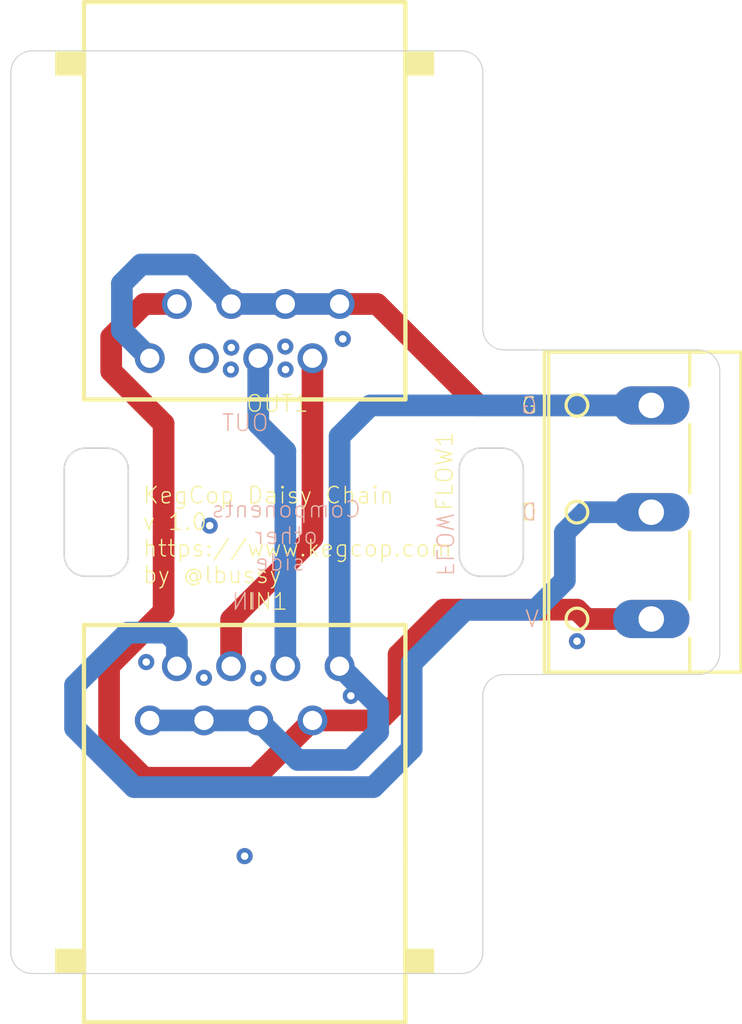
<source format=kicad_pcb>
(kicad_pcb (version 20171130) (host pcbnew "(5.1.10-1-10_14)")

  (general
    (thickness 1.6)
    (drawings 43)
    (tracks 72)
    (zones 0)
    (modules 3)
    (nets 7)
  )

  (page A4)
  (layers
    (0 Top signal)
    (31 Bottom signal)
    (32 B.Adhes user)
    (33 F.Adhes user)
    (34 B.Paste user)
    (35 F.Paste user)
    (36 B.SilkS user)
    (37 F.SilkS user)
    (38 B.Mask user)
    (39 F.Mask user)
    (40 Dwgs.User user)
    (41 Cmts.User user)
    (42 Eco1.User user)
    (43 Eco2.User user)
    (44 Edge.Cuts user)
    (45 Margin user)
    (46 B.CrtYd user)
    (47 F.CrtYd user)
    (48 B.Fab user)
    (49 F.Fab user)
  )

  (setup
    (last_trace_width 0.25)
    (trace_clearance 0.1524)
    (zone_clearance 0.508)
    (zone_45_only no)
    (trace_min 0.2)
    (via_size 0.8)
    (via_drill 0.4)
    (via_min_size 0.4)
    (via_min_drill 0.3)
    (uvia_size 0.3)
    (uvia_drill 0.1)
    (uvias_allowed no)
    (uvia_min_size 0.2)
    (uvia_min_drill 0.1)
    (edge_width 0.05)
    (segment_width 0.2)
    (pcb_text_width 0.3)
    (pcb_text_size 1.5 1.5)
    (mod_edge_width 0.12)
    (mod_text_size 1 1)
    (mod_text_width 0.15)
    (pad_size 1.524 1.524)
    (pad_drill 0.762)
    (pad_to_mask_clearance 0)
    (aux_axis_origin 0 0)
    (visible_elements FFFFFF7F)
    (pcbplotparams
      (layerselection 0x010fc_ffffffff)
      (usegerberextensions false)
      (usegerberattributes true)
      (usegerberadvancedattributes true)
      (creategerberjobfile true)
      (excludeedgelayer true)
      (linewidth 0.100000)
      (plotframeref false)
      (viasonmask false)
      (mode 1)
      (useauxorigin false)
      (hpglpennumber 1)
      (hpglpenspeed 20)
      (hpglpendiameter 15.000000)
      (psnegative false)
      (psa4output false)
      (plotreference true)
      (plotvalue true)
      (plotinvisibletext false)
      (padsonsilk false)
      (subtractmaskfromsilk false)
      (outputformat 1)
      (mirror false)
      (drillshape 1)
      (scaleselection 1)
      (outputdirectory ""))
  )

  (net 0 "")
  (net 1 /GND)
  (net 2 /5VD)
  (net 3 /DATA0)
  (net 4 "Net-(IN1-Pad6)")
  (net 5 "Net-(IN1-Pad4)")
  (net 6 "Net-(OUT1-Pad6)")

  (net_class Default "This is the default net class."
    (clearance 0.1524)
    (trace_width 0.25)
    (via_dia 0.8)
    (via_drill 0.4)
    (uvia_dia 0.3)
    (uvia_drill 0.1)
    (add_net /5VD)
    (add_net /DATA0)
    (add_net /GND)
    (add_net GND)
    (add_net "Net-(IN1-Pad4)")
    (add_net "Net-(IN1-Pad6)")
    (add_net "Net-(OUT1-Pad6)")
  )

  (module "Keg Cop - Daisy Chain Screw:RJ45-NO-SHIELD" (layer Top) (tedit 0) (tstamp 610D3916)
    (at 142.8511 121.1036)
    (descr "<b>RJ45 Low Profile</b> No Shield<p>\nFor all RJ45 N and Z Series Models<br>\nSource: www.tycoelectronics.com .. ENG_DS_1654001_1099_RJ_L_0507.pdf")
    (path /234ED39C)
    (fp_text reference IN1 (at 0.075 -11.465) (layer F.SilkS)
      (effects (font (size 0.77216 0.77216) (thickness 0.061772)) (justify left bottom))
    )
    (fp_text value RJ45 (at -5.715 -2.54) (layer F.Fab) hide
      (effects (font (size 1.6891 1.6891) (thickness 0.14224)) (justify left bottom))
    )
    (fp_poly (pts (xy -8.875 5.485) (xy -7.625 5.485) (xy -7.625 4.342) (xy -8.875 4.342)) (layer F.SilkS) (width 0))
    (fp_poly (pts (xy 7.6 5.485) (xy 8.875 5.485) (xy 8.875 4.342) (xy 7.6 4.342)) (layer F.SilkS) (width 0))
    (fp_line (start 7.527 -10.819) (end 7.527 7.782) (layer F.SilkS) (width 0.2032))
    (fp_line (start -7.527 7.782) (end -7.527 -10.819) (layer F.SilkS) (width 0.2032))
    (fp_line (start 7.527 7.782) (end -7.527 7.782) (layer F.SilkS) (width 0.2032))
    (fp_line (start 8.4455 5.5118) (end -8.4455 5.5118) (layer Edge.Cuts) (width 0.01))
    (fp_line (start -7.527 -10.819) (end 7.527 -10.819) (layer F.SilkS) (width 0.2032))
    (pad "" np_thru_hole circle (at 5.715 0) (size 3.2512 3.2512) (drill 3.2512) (layers *.Cu *.Mask))
    (pad "" np_thru_hole circle (at -5.715 0) (size 3.2512 3.2512) (drill 3.2512) (layers *.Cu *.Mask))
    (pad 8 thru_hole circle (at 4.445 -8.89) (size 1.4 1.4) (drill 0.9) (layers *.Cu *.Mask)
      (net 1 /GND) (solder_mask_margin 0.1016))
    (pad 7 thru_hole circle (at 3.175 -6.35) (size 1.4 1.4) (drill 0.9) (layers *.Cu *.Mask)
      (net 2 /5VD) (solder_mask_margin 0.1016))
    (pad 6 thru_hole circle (at 1.905 -8.89) (size 1.4 1.4) (drill 0.9) (layers *.Cu *.Mask)
      (net 4 "Net-(IN1-Pad6)") (solder_mask_margin 0.1016))
    (pad 1 thru_hole circle (at -4.445 -6.35) (size 1.4 1.4) (drill 0.9) (layers *.Cu *.Mask)
      (net 1 /GND) (solder_mask_margin 0.1016))
    (pad 5 thru_hole circle (at 0.635 -6.35) (size 1.4 1.4) (drill 0.9) (layers *.Cu *.Mask)
      (net 1 /GND) (solder_mask_margin 0.1016))
    (pad 2 thru_hole circle (at -3.175 -8.89) (size 1.4 1.4) (drill 0.9) (layers *.Cu *.Mask)
      (net 3 /DATA0) (solder_mask_margin 0.1016))
    (pad 3 thru_hole circle (at -1.905 -6.35) (size 1.4 1.4) (drill 0.9) (layers *.Cu *.Mask)
      (net 1 /GND) (solder_mask_margin 0.1016))
    (pad 4 thru_hole circle (at -0.635 -8.89) (size 1.4 1.4) (drill 0.9) (layers *.Cu *.Mask)
      (net 5 "Net-(IN1-Pad4)") (solder_mask_margin 0.1016))
  )

  (module "Keg Cop - Daisy Chain Screw:RJ45-NO-SHIELD" (layer Top) (tedit 0) (tstamp 610D392A)
    (at 142.8511 88.9036 180)
    (descr "<b>RJ45 Low Profile</b> No Shield<p>\nFor all RJ45 N and Z Series Models<br>\nSource: www.tycoelectronics.com .. ENG_DS_1654001_1099_RJ_L_0507.pdf")
    (path /00E7AA9E)
    (fp_text reference OUT1 (at -0.025 -11.465) (layer F.SilkS)
      (effects (font (size 0.77216 0.77216) (thickness 0.061772)) (justify left bottom))
    )
    (fp_text value RJ45 (at -5.715 -2.54 180) (layer F.Fab) hide
      (effects (font (size 1.6891 1.6891) (thickness 0.14224)) (justify right top))
    )
    (fp_poly (pts (xy -8.875 5.485) (xy -7.625 5.485) (xy -7.625 4.342) (xy -8.875 4.342)) (layer F.SilkS) (width 0))
    (fp_poly (pts (xy 7.6 5.485) (xy 8.875 5.485) (xy 8.875 4.342) (xy 7.6 4.342)) (layer F.SilkS) (width 0))
    (fp_line (start 7.527 -10.819) (end 7.527 7.782) (layer F.SilkS) (width 0.2032))
    (fp_line (start -7.527 7.782) (end -7.527 -10.819) (layer F.SilkS) (width 0.2032))
    (fp_line (start 7.527 7.782) (end -7.527 7.782) (layer F.SilkS) (width 0.2032))
    (fp_line (start 8.4455 5.5118) (end -8.4455 5.5118) (layer Edge.Cuts) (width 0.01))
    (fp_line (start -7.527 -10.819) (end 7.527 -10.819) (layer F.SilkS) (width 0.2032))
    (pad "" np_thru_hole circle (at 5.715 0 180) (size 3.2512 3.2512) (drill 3.2512) (layers *.Cu *.Mask))
    (pad "" np_thru_hole circle (at -5.715 0 180) (size 3.2512 3.2512) (drill 3.2512) (layers *.Cu *.Mask))
    (pad 8 thru_hole circle (at 4.445 -8.89 180) (size 1.4 1.4) (drill 0.9) (layers *.Cu *.Mask)
      (net 1 /GND) (solder_mask_margin 0.1016))
    (pad 7 thru_hole circle (at 3.175 -6.35 180) (size 1.4 1.4) (drill 0.9) (layers *.Cu *.Mask)
      (net 2 /5VD) (solder_mask_margin 0.1016))
    (pad 6 thru_hole circle (at 1.905 -8.89 180) (size 1.4 1.4) (drill 0.9) (layers *.Cu *.Mask)
      (net 6 "Net-(OUT1-Pad6)") (solder_mask_margin 0.1016))
    (pad 1 thru_hole circle (at -4.445 -6.35 180) (size 1.4 1.4) (drill 0.9) (layers *.Cu *.Mask)
      (net 1 /GND) (solder_mask_margin 0.1016))
    (pad 5 thru_hole circle (at 0.635 -6.35 180) (size 1.4 1.4) (drill 0.9) (layers *.Cu *.Mask)
      (net 1 /GND) (solder_mask_margin 0.1016))
    (pad 2 thru_hole circle (at -3.175 -8.89 180) (size 1.4 1.4) (drill 0.9) (layers *.Cu *.Mask)
      (net 5 "Net-(IN1-Pad4)") (solder_mask_margin 0.1016))
    (pad 3 thru_hole circle (at -1.905 -6.35 180) (size 1.4 1.4) (drill 0.9) (layers *.Cu *.Mask)
      (net 1 /GND) (solder_mask_margin 0.1016))
    (pad 4 thru_hole circle (at -0.635 -8.89 180) (size 1.4 1.4) (drill 0.9) (layers *.Cu *.Mask)
      (net 4 "Net-(IN1-Pad6)") (solder_mask_margin 0.1016))
  )

  (module "Keg Cop - Daisy Chain Screw:W237-103" (layer Top) (tedit 0) (tstamp 610D393E)
    (at 160.6011 105.0036 90)
    (descr "<b>WAGO SCREW CLAMP</b>")
    (path /C8124B2D)
    (fp_text reference FLOW1 (at 0.0142 -7.9378 90) (layer F.SilkS)
      (effects (font (size 0.77216 0.77216) (thickness 0.061772)) (justify left bottom))
    )
    (fp_text value W237-103 (at -5.3048 4.9476 90) (layer F.Fab)
      (effects (font (size 1.2065 1.2065) (thickness 0.12065)) (justify left bottom))
    )
    (fp_text user 3 (at 3.1534 -0.615 90) (layer F.Fab)
      (effects (font (size 1.2065 1.2065) (thickness 0.127)) (justify left bottom))
    )
    (fp_text user 2 (at -1.8504 -0.5642 90) (layer F.Fab)
      (effects (font (size 1.2065 1.2065) (thickness 0.127)) (justify left bottom))
    )
    (fp_text user 1 (at -6.905 -0.615 90) (layer F.Fab)
      (effects (font (size 1.2065 1.2065) (thickness 0.127)) (justify left bottom))
    )
    (fp_circle (center 0.0038 -2.1898) (end 0.5118 -2.1898) (layer F.SilkS) (width 0.1524))
    (fp_circle (center 0.0038 1.29) (end 1.5024 1.29) (layer F.Fab) (width 0.1524))
    (fp_circle (center 5.0076 -2.1898) (end 5.5156 -2.1898) (layer F.SilkS) (width 0.1524))
    (fp_circle (center -5 -2.1898) (end -4.492 -2.1898) (layer F.SilkS) (width 0.1524))
    (fp_circle (center 5.0076 1.29) (end 6.5062 1.29) (layer F.Fab) (width 0.1524))
    (fp_circle (center -5 1.29) (end -3.5014 1.29) (layer F.Fab) (width 0.1524))
    (fp_line (start 4.119 3.093) (end 5.897 3.093) (layer F.Fab) (width 0.1524))
    (fp_line (start -0.885 3.093) (end 0.893 3.093) (layer F.Fab) (width 0.1524))
    (fp_line (start -7.489 -3.511) (end -7.489 -3.714) (layer F.SilkS) (width 0.1524))
    (fp_line (start 7.497 -3.511) (end 7.497 3.093) (layer F.SilkS) (width 0.1524))
    (fp_line (start 7.497 -3.511) (end -7.489 -3.511) (layer F.SilkS) (width 0.1524))
    (fp_line (start 7.497 3.093) (end 7.497 5.481) (layer F.SilkS) (width 0.1524))
    (fp_line (start -7.489 3.093) (end -7.489 -3.511) (layer F.SilkS) (width 0.1524))
    (fp_line (start 5.897 3.093) (end 7.497 3.093) (layer F.SilkS) (width 0.1524))
    (fp_line (start 0.893 3.093) (end 4.119 3.093) (layer F.SilkS) (width 0.1524))
    (fp_line (start -4.111 3.093) (end -0.885 3.093) (layer F.SilkS) (width 0.1524))
    (fp_line (start -5.889 3.093) (end -4.111 3.093) (layer F.Fab) (width 0.1524))
    (fp_line (start -7.489 3.093) (end -5.889 3.093) (layer F.SilkS) (width 0.1524))
    (fp_line (start -7.489 5.481) (end -7.489 3.093) (layer F.SilkS) (width 0.1524))
    (fp_line (start 7.497 -3.714) (end -7.489 -3.714) (layer F.SilkS) (width 0.1524))
    (fp_line (start 7.497 -3.714) (end 7.497 -3.511) (layer F.SilkS) (width 0.1524))
    (fp_line (start -7.489 5.481) (end 7.497 5.481) (layer F.SilkS) (width 0.1524))
    (fp_line (start -5.991 2.306) (end -3.984 0.299) (layer F.Fab) (width 0.254))
    (fp_line (start -0.911 2.331) (end 0.994 0.299) (layer F.Fab) (width 0.254))
    (fp_line (start 4.093 2.255) (end 5.897 0.299) (layer F.Fab) (width 0.254))
    (pad 3 thru_hole oval (at 5 1.29 180) (size 3.5814 1.7907) (drill 1.1938) (layers *.Cu *.Mask)
      (net 1 /GND) (solder_mask_margin 0.1016))
    (pad 2 thru_hole oval (at 0 1.29 180) (size 3.5814 1.7907) (drill 1.1938) (layers *.Cu *.Mask)
      (net 3 /DATA0) (solder_mask_margin 0.1016))
    (pad 1 thru_hole oval (at -5 1.29 180) (size 3.5814 1.7907) (drill 1.1938) (layers *.Cu *.Mask)
      (net 2 /5VD) (solder_mask_margin 0.1016))
  )

  (gr_line (start 132.9011 83.4036) (end 153.0011 83.4036) (layer Edge.Cuts) (width 0.05) (tstamp 2F1AB50))
  (gr_arc (start 153.0011 84.4036) (end 153.0011 83.4036) (angle 90) (layer Edge.Cuts) (width 0.05) (tstamp 2F1ABE0))
  (gr_line (start 154.0011 84.4036) (end 154.0011 96.4036) (layer Edge.Cuts) (width 0.05) (tstamp 2F1AC70))
  (gr_arc (start 155.0011 96.4036) (end 154.0011 96.4036) (angle -90) (layer Edge.Cuts) (width 0.05) (tstamp 2F1AD00))
  (gr_line (start 155.0011 97.4036) (end 164.1011 97.4036) (layer Edge.Cuts) (width 0.05) (tstamp 2F1AD90))
  (gr_arc (start 164.1011 98.4036) (end 164.1011 97.4036) (angle 90) (layer Edge.Cuts) (width 0.05) (tstamp 2F1AE20))
  (gr_line (start 165.1011 98.4036) (end 165.1011 111.6036) (layer Edge.Cuts) (width 0.05) (tstamp 2F1AEB0))
  (gr_arc (start 164.1011 111.6036) (end 165.1011 111.6036) (angle 90) (layer Edge.Cuts) (width 0.05) (tstamp 2F1AF40))
  (gr_line (start 131.9011 84.4036) (end 131.9011 125.6036) (layer Edge.Cuts) (width 0.05) (tstamp 2F1AFD0))
  (gr_arc (start 132.9011 125.6036) (end 131.9011 125.6036) (angle -90) (layer Edge.Cuts) (width 0.05) (tstamp 2F1B060))
  (gr_line (start 132.9011 126.6036) (end 153.0011 126.6036) (layer Edge.Cuts) (width 0.05) (tstamp 2F1B0F0))
  (gr_arc (start 153.0011 125.6036) (end 153.0011 126.6036) (angle -90) (layer Edge.Cuts) (width 0.05) (tstamp 2F1B180))
  (gr_line (start 154.0011 125.6036) (end 154.0011 113.6036) (layer Edge.Cuts) (width 0.05) (tstamp 2F1B210))
  (gr_arc (start 155.0011 113.6036) (end 154.0011 113.6036) (angle 90) (layer Edge.Cuts) (width 0.05) (tstamp 2F1B2A0))
  (gr_line (start 155.0011 112.6036) (end 164.1011 112.6036) (layer Edge.Cuts) (width 0.05) (tstamp 2F1B330))
  (gr_arc (start 132.9011 84.4036) (end 132.9011 83.4036) (angle -90) (layer Edge.Cuts) (width 0.05) (tstamp 2F1B3C0))
  (gr_line (start 136.4011 102.0036) (end 135.4011 102.0036) (layer Edge.Cuts) (width 0.0762) (tstamp 2F1B450))
  (gr_arc (start 135.4011 103.0036) (end 135.4011 102.0036) (angle -90) (layer Edge.Cuts) (width 0.0762) (tstamp 2F1B4E0))
  (gr_line (start 134.4011 103.0036) (end 134.4011 107.0036) (layer Edge.Cuts) (width 0.0762) (tstamp 2F1B570))
  (gr_arc (start 135.4011 107.0036) (end 134.4011 107.0036) (angle -90) (layer Edge.Cuts) (width 0.0762) (tstamp 2F1B600))
  (gr_line (start 135.4011 108.0036) (end 136.4011 108.0036) (layer Edge.Cuts) (width 0.0762) (tstamp 2F1B690))
  (gr_arc (start 136.4011 107.0036) (end 136.4011 108.0036) (angle -90) (layer Edge.Cuts) (width 0.0762) (tstamp 2F1B720))
  (gr_line (start 137.4011 107.0036) (end 137.4011 103.0036) (layer Edge.Cuts) (width 0.0762) (tstamp 2F1B7B0))
  (gr_arc (start 136.4011 103.0036) (end 137.4011 103.0036) (angle -90) (layer Edge.Cuts) (width 0.0762) (tstamp 2F1B840))
  (gr_line (start 153.9011 108.0036) (end 154.9011 108.0036) (layer Edge.Cuts) (width 0.0762) (tstamp 2F1B8D0))
  (gr_arc (start 154.9011 107.0036) (end 154.9011 108.0036) (angle -90) (layer Edge.Cuts) (width 0.0762) (tstamp 2F1B960))
  (gr_line (start 155.9011 107.0036) (end 155.9011 103.0036) (layer Edge.Cuts) (width 0.0762) (tstamp 2F1B9F0))
  (gr_arc (start 154.9011 103.0036) (end 155.9011 103.0036) (angle -90) (layer Edge.Cuts) (width 0.0762) (tstamp 2F1BA80))
  (gr_line (start 154.9011 102.0036) (end 153.9011 102.0036) (layer Edge.Cuts) (width 0.0762) (tstamp 2F1BB10))
  (gr_arc (start 153.9011 103.0036) (end 153.9011 102.0036) (angle -90) (layer Edge.Cuts) (width 0.0762) (tstamp 2F1BBA0))
  (gr_line (start 152.9011 103.0036) (end 152.9011 107.0036) (layer Edge.Cuts) (width 0.0762) (tstamp 2F1BC30))
  (gr_arc (start 153.9011 107.0036) (end 152.9011 107.0036) (angle -90) (layer Edge.Cuts) (width 0.0762) (tstamp 2F1BCC0))
  (gr_text G (at 156.603781 100.011222) (layer F.SilkS) (tstamp 2F1BD50)
    (effects (font (size 0.77216 0.77216) (thickness 0.065024)) (justify right))
  )
  (gr_text D (at 156.603781 105.003604) (layer F.SilkS) (tstamp 2F1BE70)
    (effects (font (size 0.77216 0.77216) (thickness 0.065024)) (justify right))
  )
  (gr_text V (at 156.685625 110.0036) (layer F.SilkS) (tstamp 2F1C000)
    (effects (font (size 0.77216 0.77216) (thickness 0.065024)) (justify right))
  )
  (gr_text OUT (at 142.8761 100.3686) (layer B.SilkS) (tstamp 2F1C120)
    (effects (font (size 0.77216 0.77216) (thickness 0.065024)) (justify top mirror))
  )
  (gr_text IN (at 142.8261 109.6386) (layer B.SilkS) (tstamp 2F1C240)
    (effects (font (size 0.77216 0.77216) (thickness 0.065024)) (justify bottom mirror))
  )
  (gr_text G (at 156.603781 100.0163) (layer B.SilkS) (tstamp 2F1C360)
    (effects (font (size 0.77216 0.77216) (thickness 0.065024)) (justify left mirror))
  )
  (gr_text D (at 156.603781 105.0036) (layer B.SilkS) (tstamp 2F1C480)
    (effects (font (size 0.77216 0.77216) (thickness 0.065024)) (justify left mirror))
  )
  (gr_text V (at 156.685625 110.0036) (layer B.SilkS) (tstamp 2F1C5A0)
    (effects (font (size 0.77216 0.77216) (thickness 0.065024)) (justify left mirror))
  )
  (gr_text "Components \nother \nside" (at 144.500818 106.111038) (layer B.SilkS) (tstamp 2F1C6C0)
    (effects (font (size 0.77216 0.77216) (thickness 0.065024)) (justify mirror))
  )
  (gr_text "KegCop Daisy Chain\nv 1.0\nhttps://www.kegcop.com\nby @lbussy" (at 138.034262 108.39176) (layer F.SilkS) (tstamp 2F1C7E0)
    (effects (font (size 0.77216 0.77216) (thickness 0.065024)) (justify left bottom))
  )
  (gr_text FLOW (at 152.6651 104.9896 -90) (layer B.SilkS) (tstamp 2F1C900)
    (effects (font (size 0.77216 0.77216) (thickness 0.065024)) (justify right top mirror))
  )

  (segment (start 138.4061 114.7536) (end 140.9461 114.7536) (width 1.016) (layer Bottom) (net 1) (tstamp 2FDD050))
  (segment (start 143.4861 114.7536) (end 140.9461 114.7536) (width 1.016) (layer Bottom) (net 1) (tstamp 2FDD0E0))
  (segment (start 142.2161 95.2536) (end 144.7561 95.2536) (width 1.016) (layer Bottom) (net 1) (tstamp 2FDD170))
  (segment (start 144.7561 95.2536) (end 147.2961 95.2536) (width 1.016) (layer Bottom) (net 1) (tstamp 2FDD200))
  (segment (start 143.4861 114.7536) (end 145.3361 116.6036) (width 1.016) (layer Bottom) (net 1) (tstamp 2FDD290))
  (segment (start 149.1011 114.0186) (end 147.2961 112.2136) (width 1.016) (layer Bottom) (net 1) (tstamp 2FDD320))
  (segment (start 145.3361 116.6036) (end 147.8011 116.6036) (width 1.016) (layer Bottom) (net 1) (tstamp 2FDD3B0))
  (segment (start 147.8011 116.6036) (end 149.1011 115.3036) (width 1.016) (layer Bottom) (net 1) (tstamp 2FDD440))
  (segment (start 149.1011 115.3036) (end 149.1011 114.0186) (width 1.016) (layer Bottom) (net 1) (tstamp 2FDD4D0))
  (segment (start 138.4061 97.7936) (end 137.1011 96.4886) (width 1.016) (layer Bottom) (net 1) (tstamp 2FDD560))
  (segment (start 137.1011 96.4886) (end 137.1011 94.3036) (width 1.016) (layer Bottom) (net 1) (tstamp 2FDD5F0))
  (segment (start 138.0011 93.4036) (end 137.1011 94.3036) (width 1.016) (layer Bottom) (net 1) (tstamp 2FDD680))
  (segment (start 142.2161 95.2536) (end 140.3661 93.4036) (width 1.016) (layer Bottom) (net 1) (tstamp 2FDD710))
  (segment (start 140.3661 93.4036) (end 138.0011 93.4036) (width 1.016) (layer Bottom) (net 1) (tstamp 2FDD7A0))
  (segment (start 147.2961 95.2536) (end 149.0511 95.2536) (width 1.016) (layer Top) (net 1) (tstamp 2FDD8C0))
  (segment (start 153.8011 100.0036) (end 161.8911 100.0036) (width 1.016) (layer Top) (net 1) (tstamp 2FDD950))
  (segment (start 149.0511 95.2536) (end 153.8011 100.0036) (width 1.016) (layer Top) (net 1) (tstamp 2FDD9E0))
  (segment (start 148.7403 100.0036) (end 161.8911 100.0036) (width 1.016) (layer Bottom) (net 1) (tstamp 2FDDA70))
  (segment (start 147.2961 101.4478) (end 148.7403 100.0036) (width 1.016) (layer Bottom) (net 1) (tstamp 2FDDB00))
  (segment (start 147.2961 112.2136) (end 147.2961 101.4478) (width 1.016) (layer Bottom) (net 1) (tstamp 2FDDB90))
  (via (at 142.8485 121.107041) (size 0.7564) (drill 0.35) (layers Top Bottom) (net 1) (tstamp 2FDDC20))
  (via (at 141.21274 105.63336) (size 0.7564) (drill 0.35) (layers Top Bottom) (net 1) (tstamp 2FDDCB0))
  (via (at 138.24094 112.018919) (size 0.7564) (drill 0.35) (layers Top Bottom) (net 1) (tstamp 2FDDD40))
  (via (at 140.9435 112.755519) (size 0.7564) (drill 0.35) (layers Top Bottom) (net 1) (tstamp 2FDDDD0))
  (via (at 143.493659 112.775841) (size 0.7564) (drill 0.35) (layers Top Bottom) (net 1) (tstamp 2FDDE60))
  (via (at 147.821818 113.603882) (size 0.7564) (drill 0.35) (layers Top Bottom) (net 1) (tstamp 2FDDEF0))
  (via (at 158.413618 111.04356) (size 0.7564) (drill 0.35) (layers Top Bottom) (net 1) (tstamp 2FDDF80))
  (via (at 142.223659 97.297082) (size 0.7564) (drill 0.35) (layers Top Bottom) (net 1) (tstamp 2FDE010))
  (via (at 142.20334 98.323241) (size 0.7564) (drill 0.35) (layers Top Bottom) (net 1) (tstamp 2FDE0A0))
  (via (at 144.7535 97.246282) (size 0.7564) (drill 0.35) (layers Top Bottom) (net 1) (tstamp 2FDE130))
  (via (at 144.763659 98.323241) (size 0.7564) (drill 0.35) (layers Top Bottom) (net 1) (tstamp 2FDE1C0))
  (via (at 147.4459 96.890682) (size 0.7564) (drill 0.35) (layers Top Bottom) (net 1) (tstamp 2FDE250))
  (segment (start 158.794459 105.0036) (end 161.8911 105.0036) (width 1.016) (layer Bottom) (net 3) (tstamp 2FDE490))
  (segment (start 157.844659 108.19876) (end 157.844659 105.9534) (width 1.016) (layer Bottom) (net 3) (tstamp 2FDE520))
  (segment (start 157.844659 105.9534) (end 158.794459 105.0036) (width 1.016) (layer Bottom) (net 3) (tstamp 2FDE5B0))
  (segment (start 139.6761 112.2136) (end 139.6761 111.096963) (width 1.016) (layer Bottom) (net 3) (tstamp 2FDE640))
  (segment (start 139.6761 111.096963) (end 139.221371 110.642235) (width 1.016) (layer Bottom) (net 3) (tstamp 2FDE6D0))
  (segment (start 139.221371 110.642235) (end 137.372265 110.642235) (width 1.016) (layer Bottom) (net 3) (tstamp 2FDE760))
  (segment (start 137.671978 117.87616) (end 148.873378 117.87616) (width 1.016) (layer Bottom) (net 3) (tstamp 2FDE7F0))
  (segment (start 148.873378 117.87616) (end 150.671696 116.077841) (width 1.016) (layer Bottom) (net 3) (tstamp 2FDE880))
  (segment (start 156.4629 109.580519) (end 157.844659 108.19876) (width 1.016) (layer Bottom) (net 3) (tstamp 2FDE910))
  (segment (start 137.372265 110.642235) (end 134.908456 113.106044) (width 1.016) (layer Bottom) (net 3) (tstamp 2FDE9A0))
  (segment (start 134.908456 113.106044) (end 134.908456 115.112638) (width 1.016) (layer Bottom) (net 3) (tstamp 2FDEA30))
  (segment (start 134.908456 115.112638) (end 137.671978 117.87616) (width 1.016) (layer Bottom) (net 3) (tstamp 2FDEAC0))
  (segment (start 150.671696 116.077841) (end 150.671696 112.069722) (width 1.016) (layer Bottom) (net 3) (tstamp 2FDEB50))
  (segment (start 150.671696 112.069722) (end 153.1609 109.580519) (width 1.016) (layer Bottom) (net 3) (tstamp 2FDEBE0))
  (segment (start 153.1609 109.580519) (end 156.4629 109.580519) (width 1.016) (layer Bottom) (net 3) (tstamp 2FDEC70))
  (segment (start 146.0261 114.7536) (end 143.342696 117.437004) (width 1.016) (layer Top) (net 2) (tstamp 2FDEF40))
  (segment (start 139.6761 95.2536) (end 138.1511 95.2536) (width 1.016) (layer Top) (net 2) (tstamp 2FDEFD0))
  (segment (start 138.1511 95.2536) (end 136.6011 96.8036) (width 1.016) (layer Top) (net 2) (tstamp 2FDF060))
  (segment (start 136.5011 115.8036) (end 136.5011 112.2036) (width 1.016) (layer Top) (net 2) (tstamp 2FDF0F0))
  (segment (start 136.6011 98.4036) (end 136.6011 96.8036) (width 1.016) (layer Top) (net 2) (tstamp 2FDF180))
  (segment (start 138.134503 117.437004) (end 143.342696 117.437004) (width 1.016) (layer Top) (net 2) (tstamp 2FDF210))
  (segment (start 136.5011 115.8036) (end 138.134503 117.437004) (width 1.016) (layer Top) (net 2) (tstamp 2FDF2A0))
  (segment (start 146.0261 114.7536) (end 147.720618 114.7536) (width 1.016) (layer Top) (net 2) (tstamp 2FDF330))
  (segment (start 139.05414 100.856641) (end 136.6011 98.4036) (width 1.016) (layer Top) (net 2) (tstamp 2FDF3C0))
  (segment (start 136.5011 112.2036) (end 139.05414 109.65056) (width 1.016) (layer Top) (net 2) (tstamp 2FDF450))
  (segment (start 139.05414 109.65056) (end 139.05414 100.856641) (width 1.016) (layer Top) (net 2) (tstamp 2FDF4E0))
  (segment (start 161.8911 110.0036) (end 158.857021 110.0036) (width 1.016) (layer Top) (net 2) (tstamp 2FDF570))
  (segment (start 152.907496 109.566722) (end 158.420143 109.566722) (width 1.016) (layer Top) (net 2) (tstamp 2FDF600))
  (segment (start 158.857021 110.0036) (end 158.420143 109.566722) (width 1.016) (layer Top) (net 2) (tstamp 2FDF690))
  (segment (start 147.720618 114.7536) (end 149.156218 114.7536) (width 1.016) (layer Top) (net 2) (tstamp 2FDF720))
  (segment (start 149.156218 114.7536) (end 150.057018 113.8528) (width 1.016) (layer Top) (net 2) (tstamp 2FDF7B0))
  (segment (start 150.057018 113.8528) (end 150.057018 111.673482) (width 1.016) (layer Top) (net 2) (tstamp 2FDF840))
  (segment (start 150.057018 111.673482) (end 152.163778 109.566722) (width 1.016) (layer Top) (net 2) (tstamp 2FDF8D0))
  (segment (start 152.163778 109.566722) (end 152.907496 109.566722) (width 1.016) (layer Top) (net 2) (tstamp 2FDF960))
  (segment (start 142.2161 112.2136) (end 142.2161 110.02496) (width 1.016) (layer Top) (net 5) (tstamp 2FDFBA0))
  (segment (start 146.0261 106.21496) (end 146.0261 97.7936) (width 1.016) (layer Top) (net 5) (tstamp 2FDFC30))
  (segment (start 142.2161 110.02496) (end 146.0261 106.21496) (width 1.016) (layer Top) (net 5) (tstamp 2FDFCC0))
  (segment (start 144.7561 112.2136) (end 144.7561 102.135841) (width 1.016) (layer Bottom) (net 4) (tstamp 2FDFF00))
  (segment (start 143.4861 100.865841) (end 143.4861 97.7936) (width 1.016) (layer Bottom) (net 4) (tstamp 2FC0000))
  (segment (start 144.7561 102.135841) (end 143.4861 100.865841) (width 1.016) (layer Bottom) (net 4) (tstamp 2FC0090))

  (zone (net 1) (net_name /GND) (layer Top) (tstamp 2FEC2D0) (hatch edge 0.508)
    (priority 6)
    (connect_pads (clearance 0.000001))
    (min_thickness 0.508)
    (fill (arc_segments 32) (thermal_gap 1.066) (thermal_bridge_width 1.066))
    (polygon
      (pts
        (xy 153.337377 82.930275) (xy 153.656792 83.042043) (xy 153.943327 83.222086) (xy 154.182614 83.461373) (xy 154.378126 83.772526)
        (xy 154.5091 84.346362) (xy 154.5091 96.37507) (xy 154.524569 96.512365) (xy 154.56072 96.615679) (xy 154.618952 96.708353)
        (xy 154.696347 96.785748) (xy 154.764406 96.828513) (xy 155.058335 96.8956) (xy 164.129629 96.8956) (xy 164.437377 96.930275)
        (xy 164.756792 97.042043) (xy 165.043327 97.222086) (xy 165.282614 97.461373) (xy 165.478126 97.772526) (xy 165.6091 98.346362)
        (xy 165.6091 111.632129) (xy 165.574425 111.939877) (xy 165.462657 112.259292) (xy 165.282614 112.545827) (xy 165.043327 112.785114)
        (xy 164.732174 112.980626) (xy 164.158338 113.1116) (xy 155.02963 113.1116) (xy 154.892335 113.127069) (xy 154.789021 113.16322)
        (xy 154.696347 113.221452) (xy 154.618952 113.298847) (xy 154.576187 113.366906) (xy 154.5091 113.660835) (xy 154.5091 125.632129)
        (xy 154.474425 125.939877) (xy 154.362657 126.259292) (xy 154.182614 126.545827) (xy 153.943327 126.785114) (xy 153.632174 126.980626)
        (xy 153.058338 127.1116) (xy 132.872571 127.1116) (xy 132.564823 127.076925) (xy 132.245408 126.965157) (xy 131.958873 126.785114)
        (xy 131.719586 126.545827) (xy 131.524074 126.234674) (xy 131.3931 125.660838) (xy 131.3931 84.375071) (xy 131.427775 84.067323)
        (xy 131.539543 83.747908) (xy 131.719586 83.461373) (xy 131.958873 83.222086) (xy 132.270026 83.026574) (xy 132.843862 82.8956)
        (xy 153.029629 82.8956)
      )
    )
  )
  (zone (net 1) (net_name /GND) (layer Bottom) (tstamp 2FDC240) (hatch edge 0.508)
    (priority 6)
    (connect_pads (clearance 0.000001))
    (min_thickness 0.508)
    (fill (arc_segments 32) (thermal_gap 1.066) (thermal_bridge_width 1.066))
    (polygon
      (pts
        (xy 153.337377 82.930275) (xy 153.656792 83.042043) (xy 153.943327 83.222086) (xy 154.182614 83.461373) (xy 154.378126 83.772526)
        (xy 154.5091 84.346362) (xy 154.5091 96.37507) (xy 154.524569 96.512365) (xy 154.56072 96.615679) (xy 154.618952 96.708353)
        (xy 154.696347 96.785748) (xy 154.764406 96.828513) (xy 155.058335 96.8956) (xy 164.129629 96.8956) (xy 164.437377 96.930275)
        (xy 164.756792 97.042043) (xy 165.043327 97.222086) (xy 165.282614 97.461373) (xy 165.478126 97.772526) (xy 165.6091 98.346362)
        (xy 165.6091 111.632129) (xy 165.574425 111.939877) (xy 165.462657 112.259292) (xy 165.282614 112.545827) (xy 165.043327 112.785114)
        (xy 164.732174 112.980626) (xy 164.158338 113.1116) (xy 155.02963 113.1116) (xy 154.892335 113.127069) (xy 154.789021 113.16322)
        (xy 154.696347 113.221452) (xy 154.618952 113.298847) (xy 154.576187 113.366906) (xy 154.5091 113.660835) (xy 154.5091 125.632129)
        (xy 154.474425 125.939877) (xy 154.362657 126.259292) (xy 154.182614 126.545827) (xy 153.943327 126.785114) (xy 153.632174 126.980626)
        (xy 153.058338 127.1116) (xy 132.872571 127.1116) (xy 132.564823 127.076925) (xy 132.245408 126.965157) (xy 131.958873 126.785114)
        (xy 131.719586 126.545827) (xy 131.524074 126.234674) (xy 131.3931 125.660838) (xy 131.3931 84.375071) (xy 131.427775 84.067323)
        (xy 131.539543 83.747908) (xy 131.719586 83.461373) (xy 131.958873 83.222086) (xy 132.270026 83.026574) (xy 132.843862 82.8956)
        (xy 153.029629 82.8956)
      )
    )
  )
)

</source>
